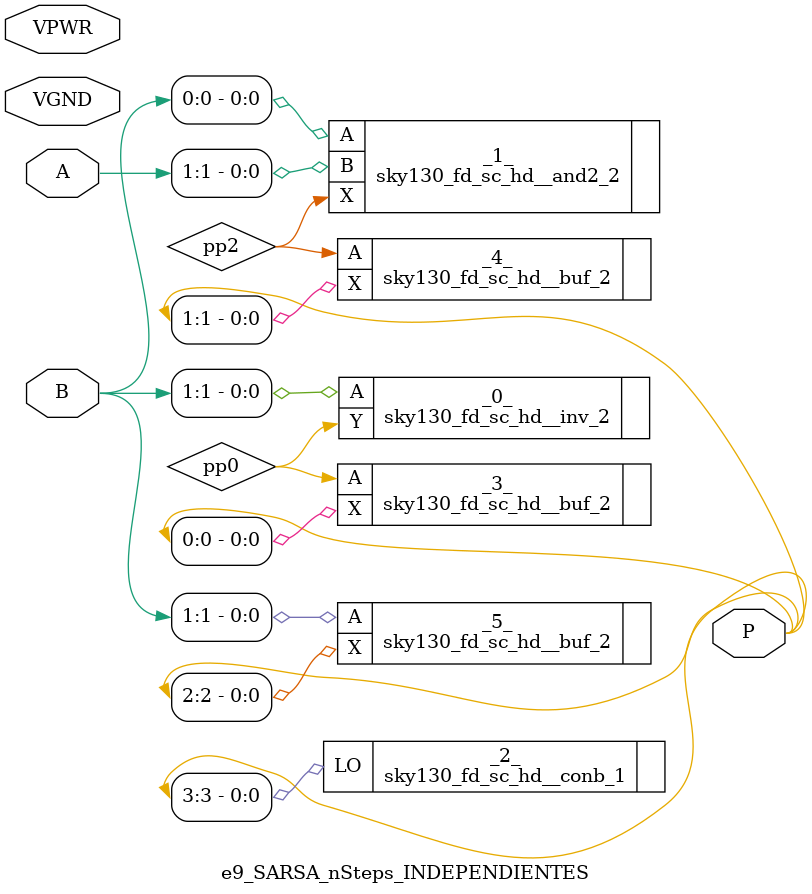
<source format=v>
module e9_SARSA_nSteps_INDEPENDIENTES (A,
    B,
    P,
    VPWR,
    VGND);
 input [1:0] A;
 input [1:0] B;
 output [3:0] P;
 inout VPWR;
 inout VGND;

 wire pp0;
 wire pp2;

 sky130_fd_sc_hd__inv_2 _0_ (.A(B[1]),
    .Y(pp0));
 sky130_fd_sc_hd__and2_2 _1_ (.A(B[0]),
    .B(A[1]),
    .X(pp2));
 sky130_fd_sc_hd__conb_1 _2_ (.LO(P[3]));
 sky130_fd_sc_hd__buf_2 _3_ (.A(pp0),
    .X(P[0]));
 sky130_fd_sc_hd__buf_2 _4_ (.A(pp2),
    .X(P[1]));
 sky130_fd_sc_hd__buf_2 _5_ (.A(B[1]),
    .X(P[2]));
 sky130_fd_sc_hd__decap_3 PHY_EDGE_ROW_0_Right_0 ();
 sky130_fd_sc_hd__decap_3 PHY_EDGE_ROW_1_Right_1 ();
 sky130_fd_sc_hd__decap_3 PHY_EDGE_ROW_2_Right_2 ();
 sky130_fd_sc_hd__decap_3 PHY_EDGE_ROW_3_Right_3 ();
 sky130_fd_sc_hd__decap_3 PHY_EDGE_ROW_4_Right_4 ();
 sky130_fd_sc_hd__decap_3 PHY_EDGE_ROW_5_Right_5 ();
 sky130_fd_sc_hd__decap_3 PHY_EDGE_ROW_6_Right_6 ();
 sky130_fd_sc_hd__decap_3 PHY_EDGE_ROW_7_Right_7 ();
 sky130_fd_sc_hd__decap_3 PHY_EDGE_ROW_8_Right_8 ();
 sky130_fd_sc_hd__decap_3 PHY_EDGE_ROW_9_Right_9 ();
 sky130_fd_sc_hd__decap_3 PHY_EDGE_ROW_0_Left_10 ();
 sky130_fd_sc_hd__decap_3 PHY_EDGE_ROW_1_Left_11 ();
 sky130_fd_sc_hd__decap_3 PHY_EDGE_ROW_2_Left_12 ();
 sky130_fd_sc_hd__decap_3 PHY_EDGE_ROW_3_Left_13 ();
 sky130_fd_sc_hd__decap_3 PHY_EDGE_ROW_4_Left_14 ();
 sky130_fd_sc_hd__decap_3 PHY_EDGE_ROW_5_Left_15 ();
 sky130_fd_sc_hd__decap_3 PHY_EDGE_ROW_6_Left_16 ();
 sky130_fd_sc_hd__decap_3 PHY_EDGE_ROW_7_Left_17 ();
 sky130_fd_sc_hd__decap_3 PHY_EDGE_ROW_8_Left_18 ();
 sky130_fd_sc_hd__decap_3 PHY_EDGE_ROW_9_Left_19 ();
 sky130_fd_sc_hd__tapvpwrvgnd_1 TAP_TAPCELL_ROW_0_20 ();
 sky130_fd_sc_hd__tapvpwrvgnd_1 TAP_TAPCELL_ROW_0_21 ();
 sky130_fd_sc_hd__tapvpwrvgnd_1 TAP_TAPCELL_ROW_1_22 ();
 sky130_fd_sc_hd__tapvpwrvgnd_1 TAP_TAPCELL_ROW_2_23 ();
 sky130_fd_sc_hd__tapvpwrvgnd_1 TAP_TAPCELL_ROW_3_24 ();
 sky130_fd_sc_hd__tapvpwrvgnd_1 TAP_TAPCELL_ROW_4_25 ();
 sky130_fd_sc_hd__tapvpwrvgnd_1 TAP_TAPCELL_ROW_5_26 ();
 sky130_fd_sc_hd__tapvpwrvgnd_1 TAP_TAPCELL_ROW_6_27 ();
 sky130_fd_sc_hd__tapvpwrvgnd_1 TAP_TAPCELL_ROW_7_28 ();
 sky130_fd_sc_hd__tapvpwrvgnd_1 TAP_TAPCELL_ROW_8_29 ();
 sky130_fd_sc_hd__tapvpwrvgnd_1 TAP_TAPCELL_ROW_9_30 ();
 sky130_fd_sc_hd__tapvpwrvgnd_1 TAP_TAPCELL_ROW_9_31 ();
endmodule

</source>
